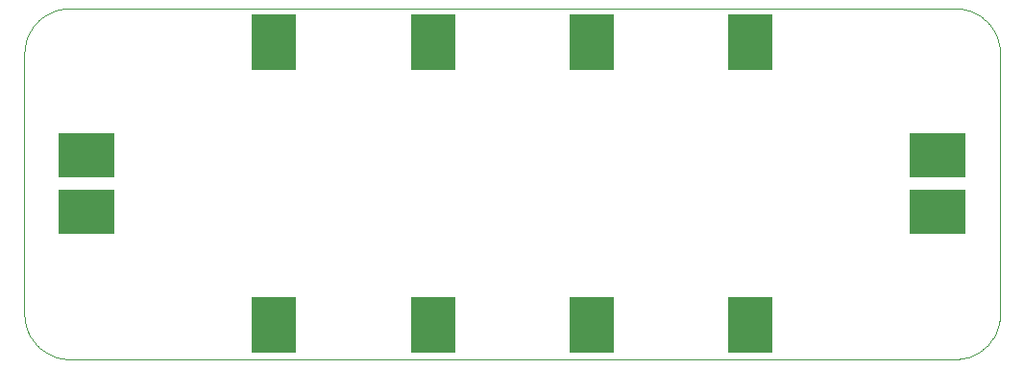
<source format=gbp>
G75*
%MOIN*%
%OFA0B0*%
%FSLAX25Y25*%
%IPPOS*%
%LPD*%
%AMOC8*
5,1,8,0,0,1.08239X$1,22.5*
%
%ADD10C,0.00000*%
%ADD11R,0.15748X0.19685*%
%ADD12R,0.19685X0.15748*%
D10*
X0024622Y0008874D02*
X0331709Y0008874D01*
X0332090Y0008879D01*
X0332470Y0008892D01*
X0332850Y0008915D01*
X0333229Y0008948D01*
X0333607Y0008989D01*
X0333984Y0009039D01*
X0334360Y0009099D01*
X0334735Y0009167D01*
X0335107Y0009245D01*
X0335478Y0009332D01*
X0335846Y0009427D01*
X0336212Y0009532D01*
X0336575Y0009645D01*
X0336936Y0009767D01*
X0337293Y0009897D01*
X0337647Y0010037D01*
X0337998Y0010184D01*
X0338345Y0010341D01*
X0338688Y0010505D01*
X0339027Y0010678D01*
X0339362Y0010859D01*
X0339693Y0011048D01*
X0340018Y0011245D01*
X0340339Y0011449D01*
X0340655Y0011662D01*
X0340965Y0011882D01*
X0341271Y0012109D01*
X0341570Y0012344D01*
X0341864Y0012586D01*
X0342152Y0012834D01*
X0342434Y0013090D01*
X0342709Y0013353D01*
X0342978Y0013622D01*
X0343241Y0013897D01*
X0343497Y0014179D01*
X0343745Y0014467D01*
X0343987Y0014761D01*
X0344222Y0015060D01*
X0344449Y0015366D01*
X0344669Y0015676D01*
X0344882Y0015992D01*
X0345086Y0016313D01*
X0345283Y0016638D01*
X0345472Y0016969D01*
X0345653Y0017304D01*
X0345826Y0017643D01*
X0345990Y0017986D01*
X0346147Y0018333D01*
X0346294Y0018684D01*
X0346434Y0019038D01*
X0346564Y0019395D01*
X0346686Y0019756D01*
X0346799Y0020119D01*
X0346904Y0020485D01*
X0346999Y0020853D01*
X0347086Y0021224D01*
X0347164Y0021596D01*
X0347232Y0021971D01*
X0347292Y0022347D01*
X0347342Y0022724D01*
X0347383Y0023102D01*
X0347416Y0023481D01*
X0347439Y0023861D01*
X0347452Y0024241D01*
X0347457Y0024622D01*
X0347457Y0115173D01*
X0347452Y0115554D01*
X0347439Y0115934D01*
X0347416Y0116314D01*
X0347383Y0116693D01*
X0347342Y0117071D01*
X0347292Y0117448D01*
X0347232Y0117824D01*
X0347164Y0118199D01*
X0347086Y0118571D01*
X0346999Y0118942D01*
X0346904Y0119310D01*
X0346799Y0119676D01*
X0346686Y0120039D01*
X0346564Y0120400D01*
X0346434Y0120757D01*
X0346294Y0121111D01*
X0346147Y0121462D01*
X0345990Y0121809D01*
X0345826Y0122152D01*
X0345653Y0122491D01*
X0345472Y0122826D01*
X0345283Y0123157D01*
X0345086Y0123482D01*
X0344882Y0123803D01*
X0344669Y0124119D01*
X0344449Y0124429D01*
X0344222Y0124735D01*
X0343987Y0125034D01*
X0343745Y0125328D01*
X0343497Y0125616D01*
X0343241Y0125898D01*
X0342978Y0126173D01*
X0342709Y0126442D01*
X0342434Y0126705D01*
X0342152Y0126961D01*
X0341864Y0127209D01*
X0341570Y0127451D01*
X0341271Y0127686D01*
X0340965Y0127913D01*
X0340655Y0128133D01*
X0340339Y0128346D01*
X0340018Y0128550D01*
X0339693Y0128747D01*
X0339362Y0128936D01*
X0339027Y0129117D01*
X0338688Y0129290D01*
X0338345Y0129454D01*
X0337998Y0129611D01*
X0337647Y0129758D01*
X0337293Y0129898D01*
X0336936Y0130028D01*
X0336575Y0130150D01*
X0336212Y0130263D01*
X0335846Y0130368D01*
X0335478Y0130463D01*
X0335107Y0130550D01*
X0334735Y0130628D01*
X0334360Y0130696D01*
X0333984Y0130756D01*
X0333607Y0130806D01*
X0333229Y0130847D01*
X0332850Y0130880D01*
X0332470Y0130903D01*
X0332090Y0130916D01*
X0331709Y0130921D01*
X0024622Y0130921D01*
X0024241Y0130916D01*
X0023861Y0130903D01*
X0023481Y0130880D01*
X0023102Y0130847D01*
X0022724Y0130806D01*
X0022347Y0130756D01*
X0021971Y0130696D01*
X0021596Y0130628D01*
X0021224Y0130550D01*
X0020853Y0130463D01*
X0020485Y0130368D01*
X0020119Y0130263D01*
X0019756Y0130150D01*
X0019395Y0130028D01*
X0019038Y0129898D01*
X0018684Y0129758D01*
X0018333Y0129611D01*
X0017986Y0129454D01*
X0017643Y0129290D01*
X0017304Y0129117D01*
X0016969Y0128936D01*
X0016638Y0128747D01*
X0016313Y0128550D01*
X0015992Y0128346D01*
X0015676Y0128133D01*
X0015366Y0127913D01*
X0015060Y0127686D01*
X0014761Y0127451D01*
X0014467Y0127209D01*
X0014179Y0126961D01*
X0013897Y0126705D01*
X0013622Y0126442D01*
X0013353Y0126173D01*
X0013090Y0125898D01*
X0012834Y0125616D01*
X0012586Y0125328D01*
X0012344Y0125034D01*
X0012109Y0124735D01*
X0011882Y0124429D01*
X0011662Y0124119D01*
X0011449Y0123803D01*
X0011245Y0123482D01*
X0011048Y0123157D01*
X0010859Y0122826D01*
X0010678Y0122491D01*
X0010505Y0122152D01*
X0010341Y0121809D01*
X0010184Y0121462D01*
X0010037Y0121111D01*
X0009897Y0120757D01*
X0009767Y0120400D01*
X0009645Y0120039D01*
X0009532Y0119676D01*
X0009427Y0119310D01*
X0009332Y0118942D01*
X0009245Y0118571D01*
X0009167Y0118199D01*
X0009099Y0117824D01*
X0009039Y0117448D01*
X0008989Y0117071D01*
X0008948Y0116693D01*
X0008915Y0116314D01*
X0008892Y0115934D01*
X0008879Y0115554D01*
X0008874Y0115173D01*
X0008874Y0024622D01*
X0008879Y0024241D01*
X0008892Y0023861D01*
X0008915Y0023481D01*
X0008948Y0023102D01*
X0008989Y0022724D01*
X0009039Y0022347D01*
X0009099Y0021971D01*
X0009167Y0021596D01*
X0009245Y0021224D01*
X0009332Y0020853D01*
X0009427Y0020485D01*
X0009532Y0020119D01*
X0009645Y0019756D01*
X0009767Y0019395D01*
X0009897Y0019038D01*
X0010037Y0018684D01*
X0010184Y0018333D01*
X0010341Y0017986D01*
X0010505Y0017643D01*
X0010678Y0017304D01*
X0010859Y0016969D01*
X0011048Y0016638D01*
X0011245Y0016313D01*
X0011449Y0015992D01*
X0011662Y0015676D01*
X0011882Y0015366D01*
X0012109Y0015060D01*
X0012344Y0014761D01*
X0012586Y0014467D01*
X0012834Y0014179D01*
X0013090Y0013897D01*
X0013353Y0013622D01*
X0013622Y0013353D01*
X0013897Y0013090D01*
X0014179Y0012834D01*
X0014467Y0012586D01*
X0014761Y0012344D01*
X0015060Y0012109D01*
X0015366Y0011882D01*
X0015676Y0011662D01*
X0015992Y0011449D01*
X0016313Y0011245D01*
X0016638Y0011048D01*
X0016969Y0010859D01*
X0017304Y0010678D01*
X0017643Y0010505D01*
X0017986Y0010341D01*
X0018333Y0010184D01*
X0018684Y0010037D01*
X0019038Y0009897D01*
X0019395Y0009767D01*
X0019756Y0009645D01*
X0020119Y0009532D01*
X0020485Y0009427D01*
X0020853Y0009332D01*
X0021224Y0009245D01*
X0021596Y0009167D01*
X0021971Y0009099D01*
X0022347Y0009039D01*
X0022724Y0008989D01*
X0023102Y0008948D01*
X0023481Y0008915D01*
X0023861Y0008892D01*
X0024241Y0008879D01*
X0024622Y0008874D01*
D11*
X0095488Y0020685D03*
X0150606Y0020685D03*
X0205724Y0020685D03*
X0260843Y0020685D03*
X0260843Y0119110D03*
X0205724Y0119110D03*
X0150606Y0119110D03*
X0095488Y0119110D03*
D12*
X0030528Y0079740D03*
X0030528Y0060055D03*
X0325803Y0060055D03*
X0325803Y0079740D03*
M02*

</source>
